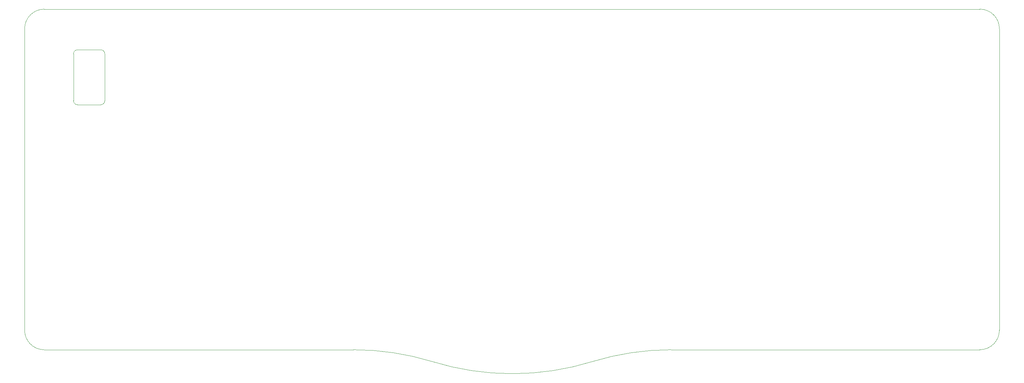
<source format=gbr>
G04 #@! TF.GenerationSoftware,KiCad,Pcbnew,8.0.2-1*
G04 #@! TF.CreationDate,2024-07-03T19:49:40+09:00*
G04 #@! TF.ProjectId,lagoon,6c61676f-6f6e-42e6-9b69-6361645f7063,rev?*
G04 #@! TF.SameCoordinates,Original*
G04 #@! TF.FileFunction,Profile,NP*
%FSLAX46Y46*%
G04 Gerber Fmt 4.6, Leading zero omitted, Abs format (unit mm)*
G04 Created by KiCad (PCBNEW 8.0.2-1) date 2024-07-03 19:49:40*
%MOMM*%
%LPD*%
G01*
G04 APERTURE LIST*
G04 #@! TA.AperFunction,Profile*
%ADD10C,0.100000*%
G04 #@! TD*
G04 APERTURE END LIST*
D10*
X137192421Y-105748070D02*
G75*
G02*
X116713517Y-102645805I-75121J68648670D01*
G01*
X256561045Y-12668750D02*
G75*
G02*
X261554230Y-17668664I11555J-4981650D01*
G01*
X256561045Y-12668750D02*
X17673445Y-12668750D01*
X177748897Y-99631249D02*
X256560952Y-99629720D01*
X12664720Y-17668716D02*
X12668750Y-94631248D01*
X96635945Y-99634328D02*
G75*
G02*
X116713513Y-102645819I-45J-68434472D01*
G01*
X261554243Y-94631249D02*
G75*
G02*
X256560952Y-99629754I-4985443J-13051D01*
G01*
X157671326Y-102645809D02*
G75*
G02*
X177748897Y-99634328I20077474J-65422291D01*
G01*
X17673377Y-99642388D02*
X96635945Y-99642388D01*
X157671326Y-102645809D02*
G75*
G02*
X137192421Y-105748080I-20403726J65545909D01*
G01*
X17673377Y-99642387D02*
G75*
G02*
X12670580Y-94631247I12263J5015047D01*
G01*
X12668750Y-17668716D02*
G75*
G02*
X17673445Y-12668748I5035770J-35834D01*
G01*
X261554244Y-94631249D02*
X261554244Y-17668664D01*
X25144715Y-36065959D02*
X25144715Y-24065959D01*
X26144715Y-23065959D02*
X32144715Y-23065959D01*
X32144715Y-37065959D02*
X26144715Y-37065959D01*
X33144715Y-24065959D02*
X33144715Y-36065959D01*
X25144715Y-24065959D02*
G75*
G02*
X26144715Y-23065960I1000149J-150D01*
G01*
X26144715Y-37065959D02*
G75*
G02*
X25144715Y-36065959I-137J999863D01*
G01*
X32144715Y-23065959D02*
G75*
G02*
X33144714Y-24065959I-131J-1000130D01*
G01*
X33144715Y-36065959D02*
G75*
G02*
X32144715Y-37065959I-999856J-144D01*
G01*
M02*

</source>
